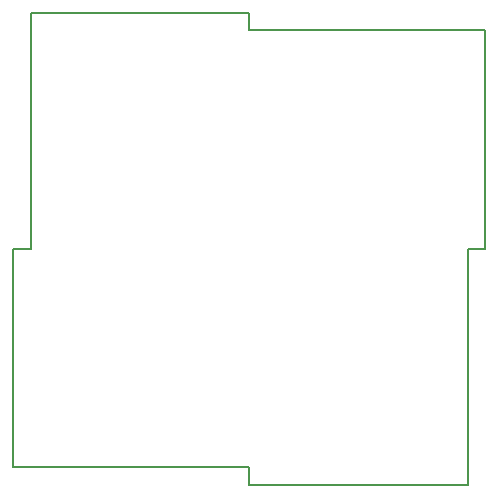
<source format=gbr>
G04 #@! TF.GenerationSoftware,KiCad,Pcbnew,(5.1.2-1)-1*
G04 #@! TF.CreationDate,2019-05-11T15:31:01-07:00*
G04 #@! TF.ProjectId,KiCad-BoxProject,4b694361-642d-4426-9f78-50726f6a6563,rev?*
G04 #@! TF.SameCoordinates,Original*
G04 #@! TF.FileFunction,Profile,NP*
%FSLAX46Y46*%
G04 Gerber Fmt 4.6, Leading zero omitted, Abs format (unit mm)*
G04 Created by KiCad (PCBNEW (5.1.2-1)-1) date 2019-05-11 15:31:01*
%MOMM*%
%LPD*%
G04 APERTURE LIST*
%ADD10C,0.200000*%
G04 APERTURE END LIST*
D10*
X131360000Y-105410000D02*
X129860000Y-105410000D01*
X131360000Y-85410000D02*
X131360000Y-105410000D01*
X149860000Y-85410000D02*
X149860000Y-86910000D01*
X129860000Y-105410000D02*
X129860000Y-123910000D01*
X169860000Y-105410000D02*
X169860000Y-86910000D01*
X149860000Y-85410000D02*
X131360000Y-85410000D01*
X149860000Y-125410000D02*
X168360000Y-125410000D01*
X129860000Y-123910000D02*
X149860000Y-123910000D01*
X149860000Y-125410000D02*
X149860000Y-123910000D01*
X168360000Y-125410000D02*
X168360000Y-105410000D01*
X169860000Y-105410000D02*
X168360000Y-105410000D01*
X169860000Y-86910000D02*
X149860000Y-86910000D01*
M02*

</source>
